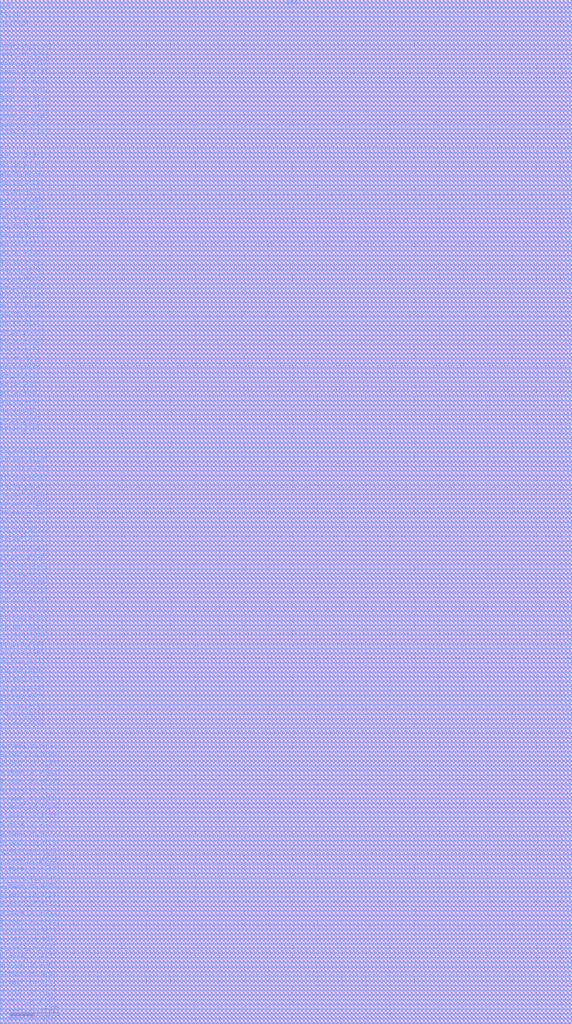
<source format=lef>
# Generated by FakeRAM 2.0
VERSION 5.7 ;
BUSBITCHARS "[]" ;
PROPERTYDEFINITIONS
  MACRO width INTEGER ;
  MACRO depth INTEGER ;
  MACRO banks INTEGER ;
END PROPERTYDEFINITIONS
MACRO fakeram7_dp_2048x32
  PROPERTY width 32 ;
  PROPERTY depth 2048 ;
  PROPERTY banks 8 ;
  FOREIGN fakeram7_dp_2048x32 0 0 ;
  SYMMETRY X Y ;
  SIZE 46.930 BY 84.000 ;
  CLASS BLOCK ;
  PIN w_mask_in_A[0]
    DIRECTION INPUT ;
    USE SIGNAL ;
    SHAPE ABUTMENT ;
    PORT
      LAYER M4 ;
      RECT 0.000 0.048 0.024 0.072 ;
    END
  END w_mask_in_A[0]
  PIN w_mask_in_B[0]
    DIRECTION INPUT ;
    USE SIGNAL ;
    SHAPE ABUTMENT ;
    PORT
      LAYER M4 ;
      RECT 46.906 0.048 46.930 0.072 ;
    END
  END w_mask_in_B[0]
  PIN w_mask_in_A[1]
    DIRECTION INPUT ;
    USE SIGNAL ;
    SHAPE ABUTMENT ;
    PORT
      LAYER M4 ;
      RECT 0.000 0.768 0.024 0.792 ;
    END
  END w_mask_in_A[1]
  PIN w_mask_in_B[1]
    DIRECTION INPUT ;
    USE SIGNAL ;
    SHAPE ABUTMENT ;
    PORT
      LAYER M4 ;
      RECT 46.906 0.768 46.930 0.792 ;
    END
  END w_mask_in_B[1]
  PIN w_mask_in_A[2]
    DIRECTION INPUT ;
    USE SIGNAL ;
    SHAPE ABUTMENT ;
    PORT
      LAYER M4 ;
      RECT 0.000 1.488 0.024 1.512 ;
    END
  END w_mask_in_A[2]
  PIN w_mask_in_B[2]
    DIRECTION INPUT ;
    USE SIGNAL ;
    SHAPE ABUTMENT ;
    PORT
      LAYER M4 ;
      RECT 46.906 1.488 46.930 1.512 ;
    END
  END w_mask_in_B[2]
  PIN w_mask_in_A[3]
    DIRECTION INPUT ;
    USE SIGNAL ;
    SHAPE ABUTMENT ;
    PORT
      LAYER M4 ;
      RECT 0.000 2.208 0.024 2.232 ;
    END
  END w_mask_in_A[3]
  PIN w_mask_in_B[3]
    DIRECTION INPUT ;
    USE SIGNAL ;
    SHAPE ABUTMENT ;
    PORT
      LAYER M4 ;
      RECT 46.906 2.208 46.930 2.232 ;
    END
  END w_mask_in_B[3]
  PIN w_mask_in_A[4]
    DIRECTION INPUT ;
    USE SIGNAL ;
    SHAPE ABUTMENT ;
    PORT
      LAYER M4 ;
      RECT 0.000 2.928 0.024 2.952 ;
    END
  END w_mask_in_A[4]
  PIN w_mask_in_B[4]
    DIRECTION INPUT ;
    USE SIGNAL ;
    SHAPE ABUTMENT ;
    PORT
      LAYER M4 ;
      RECT 46.906 2.928 46.930 2.952 ;
    END
  END w_mask_in_B[4]
  PIN w_mask_in_A[5]
    DIRECTION INPUT ;
    USE SIGNAL ;
    SHAPE ABUTMENT ;
    PORT
      LAYER M4 ;
      RECT 0.000 3.648 0.024 3.672 ;
    END
  END w_mask_in_A[5]
  PIN w_mask_in_B[5]
    DIRECTION INPUT ;
    USE SIGNAL ;
    SHAPE ABUTMENT ;
    PORT
      LAYER M4 ;
      RECT 46.906 3.648 46.930 3.672 ;
    END
  END w_mask_in_B[5]
  PIN w_mask_in_A[6]
    DIRECTION INPUT ;
    USE SIGNAL ;
    SHAPE ABUTMENT ;
    PORT
      LAYER M4 ;
      RECT 0.000 4.368 0.024 4.392 ;
    END
  END w_mask_in_A[6]
  PIN w_mask_in_B[6]
    DIRECTION INPUT ;
    USE SIGNAL ;
    SHAPE ABUTMENT ;
    PORT
      LAYER M4 ;
      RECT 46.906 4.368 46.930 4.392 ;
    END
  END w_mask_in_B[6]
  PIN w_mask_in_A[7]
    DIRECTION INPUT ;
    USE SIGNAL ;
    SHAPE ABUTMENT ;
    PORT
      LAYER M4 ;
      RECT 0.000 5.088 0.024 5.112 ;
    END
  END w_mask_in_A[7]
  PIN w_mask_in_B[7]
    DIRECTION INPUT ;
    USE SIGNAL ;
    SHAPE ABUTMENT ;
    PORT
      LAYER M4 ;
      RECT 46.906 5.088 46.930 5.112 ;
    END
  END w_mask_in_B[7]
  PIN w_mask_in_A[8]
    DIRECTION INPUT ;
    USE SIGNAL ;
    SHAPE ABUTMENT ;
    PORT
      LAYER M4 ;
      RECT 0.000 5.808 0.024 5.832 ;
    END
  END w_mask_in_A[8]
  PIN w_mask_in_B[8]
    DIRECTION INPUT ;
    USE SIGNAL ;
    SHAPE ABUTMENT ;
    PORT
      LAYER M4 ;
      RECT 46.906 5.808 46.930 5.832 ;
    END
  END w_mask_in_B[8]
  PIN w_mask_in_A[9]
    DIRECTION INPUT ;
    USE SIGNAL ;
    SHAPE ABUTMENT ;
    PORT
      LAYER M4 ;
      RECT 0.000 6.528 0.024 6.552 ;
    END
  END w_mask_in_A[9]
  PIN w_mask_in_B[9]
    DIRECTION INPUT ;
    USE SIGNAL ;
    SHAPE ABUTMENT ;
    PORT
      LAYER M4 ;
      RECT 46.906 6.528 46.930 6.552 ;
    END
  END w_mask_in_B[9]
  PIN w_mask_in_A[10]
    DIRECTION INPUT ;
    USE SIGNAL ;
    SHAPE ABUTMENT ;
    PORT
      LAYER M4 ;
      RECT 0.000 7.248 0.024 7.272 ;
    END
  END w_mask_in_A[10]
  PIN w_mask_in_B[10]
    DIRECTION INPUT ;
    USE SIGNAL ;
    SHAPE ABUTMENT ;
    PORT
      LAYER M4 ;
      RECT 46.906 7.248 46.930 7.272 ;
    END
  END w_mask_in_B[10]
  PIN w_mask_in_A[11]
    DIRECTION INPUT ;
    USE SIGNAL ;
    SHAPE ABUTMENT ;
    PORT
      LAYER M4 ;
      RECT 0.000 7.968 0.024 7.992 ;
    END
  END w_mask_in_A[11]
  PIN w_mask_in_B[11]
    DIRECTION INPUT ;
    USE SIGNAL ;
    SHAPE ABUTMENT ;
    PORT
      LAYER M4 ;
      RECT 46.906 7.968 46.930 7.992 ;
    END
  END w_mask_in_B[11]
  PIN w_mask_in_A[12]
    DIRECTION INPUT ;
    USE SIGNAL ;
    SHAPE ABUTMENT ;
    PORT
      LAYER M4 ;
      RECT 0.000 8.688 0.024 8.712 ;
    END
  END w_mask_in_A[12]
  PIN w_mask_in_B[12]
    DIRECTION INPUT ;
    USE SIGNAL ;
    SHAPE ABUTMENT ;
    PORT
      LAYER M4 ;
      RECT 46.906 8.688 46.930 8.712 ;
    END
  END w_mask_in_B[12]
  PIN w_mask_in_A[13]
    DIRECTION INPUT ;
    USE SIGNAL ;
    SHAPE ABUTMENT ;
    PORT
      LAYER M4 ;
      RECT 0.000 9.408 0.024 9.432 ;
    END
  END w_mask_in_A[13]
  PIN w_mask_in_B[13]
    DIRECTION INPUT ;
    USE SIGNAL ;
    SHAPE ABUTMENT ;
    PORT
      LAYER M4 ;
      RECT 46.906 9.408 46.930 9.432 ;
    END
  END w_mask_in_B[13]
  PIN w_mask_in_A[14]
    DIRECTION INPUT ;
    USE SIGNAL ;
    SHAPE ABUTMENT ;
    PORT
      LAYER M4 ;
      RECT 0.000 10.128 0.024 10.152 ;
    END
  END w_mask_in_A[14]
  PIN w_mask_in_B[14]
    DIRECTION INPUT ;
    USE SIGNAL ;
    SHAPE ABUTMENT ;
    PORT
      LAYER M4 ;
      RECT 46.906 10.128 46.930 10.152 ;
    END
  END w_mask_in_B[14]
  PIN w_mask_in_A[15]
    DIRECTION INPUT ;
    USE SIGNAL ;
    SHAPE ABUTMENT ;
    PORT
      LAYER M4 ;
      RECT 0.000 10.848 0.024 10.872 ;
    END
  END w_mask_in_A[15]
  PIN w_mask_in_B[15]
    DIRECTION INPUT ;
    USE SIGNAL ;
    SHAPE ABUTMENT ;
    PORT
      LAYER M4 ;
      RECT 46.906 10.848 46.930 10.872 ;
    END
  END w_mask_in_B[15]
  PIN w_mask_in_A[16]
    DIRECTION INPUT ;
    USE SIGNAL ;
    SHAPE ABUTMENT ;
    PORT
      LAYER M4 ;
      RECT 0.000 11.568 0.024 11.592 ;
    END
  END w_mask_in_A[16]
  PIN w_mask_in_B[16]
    DIRECTION INPUT ;
    USE SIGNAL ;
    SHAPE ABUTMENT ;
    PORT
      LAYER M4 ;
      RECT 46.906 11.568 46.930 11.592 ;
    END
  END w_mask_in_B[16]
  PIN w_mask_in_A[17]
    DIRECTION INPUT ;
    USE SIGNAL ;
    SHAPE ABUTMENT ;
    PORT
      LAYER M4 ;
      RECT 0.000 12.288 0.024 12.312 ;
    END
  END w_mask_in_A[17]
  PIN w_mask_in_B[17]
    DIRECTION INPUT ;
    USE SIGNAL ;
    SHAPE ABUTMENT ;
    PORT
      LAYER M4 ;
      RECT 46.906 12.288 46.930 12.312 ;
    END
  END w_mask_in_B[17]
  PIN w_mask_in_A[18]
    DIRECTION INPUT ;
    USE SIGNAL ;
    SHAPE ABUTMENT ;
    PORT
      LAYER M4 ;
      RECT 0.000 13.008 0.024 13.032 ;
    END
  END w_mask_in_A[18]
  PIN w_mask_in_B[18]
    DIRECTION INPUT ;
    USE SIGNAL ;
    SHAPE ABUTMENT ;
    PORT
      LAYER M4 ;
      RECT 46.906 13.008 46.930 13.032 ;
    END
  END w_mask_in_B[18]
  PIN w_mask_in_A[19]
    DIRECTION INPUT ;
    USE SIGNAL ;
    SHAPE ABUTMENT ;
    PORT
      LAYER M4 ;
      RECT 0.000 13.728 0.024 13.752 ;
    END
  END w_mask_in_A[19]
  PIN w_mask_in_B[19]
    DIRECTION INPUT ;
    USE SIGNAL ;
    SHAPE ABUTMENT ;
    PORT
      LAYER M4 ;
      RECT 46.906 13.728 46.930 13.752 ;
    END
  END w_mask_in_B[19]
  PIN w_mask_in_A[20]
    DIRECTION INPUT ;
    USE SIGNAL ;
    SHAPE ABUTMENT ;
    PORT
      LAYER M4 ;
      RECT 0.000 14.448 0.024 14.472 ;
    END
  END w_mask_in_A[20]
  PIN w_mask_in_B[20]
    DIRECTION INPUT ;
    USE SIGNAL ;
    SHAPE ABUTMENT ;
    PORT
      LAYER M4 ;
      RECT 46.906 14.448 46.930 14.472 ;
    END
  END w_mask_in_B[20]
  PIN w_mask_in_A[21]
    DIRECTION INPUT ;
    USE SIGNAL ;
    SHAPE ABUTMENT ;
    PORT
      LAYER M4 ;
      RECT 0.000 15.168 0.024 15.192 ;
    END
  END w_mask_in_A[21]
  PIN w_mask_in_B[21]
    DIRECTION INPUT ;
    USE SIGNAL ;
    SHAPE ABUTMENT ;
    PORT
      LAYER M4 ;
      RECT 46.906 15.168 46.930 15.192 ;
    END
  END w_mask_in_B[21]
  PIN w_mask_in_A[22]
    DIRECTION INPUT ;
    USE SIGNAL ;
    SHAPE ABUTMENT ;
    PORT
      LAYER M4 ;
      RECT 0.000 15.888 0.024 15.912 ;
    END
  END w_mask_in_A[22]
  PIN w_mask_in_B[22]
    DIRECTION INPUT ;
    USE SIGNAL ;
    SHAPE ABUTMENT ;
    PORT
      LAYER M4 ;
      RECT 46.906 15.888 46.930 15.912 ;
    END
  END w_mask_in_B[22]
  PIN w_mask_in_A[23]
    DIRECTION INPUT ;
    USE SIGNAL ;
    SHAPE ABUTMENT ;
    PORT
      LAYER M4 ;
      RECT 0.000 16.608 0.024 16.632 ;
    END
  END w_mask_in_A[23]
  PIN w_mask_in_B[23]
    DIRECTION INPUT ;
    USE SIGNAL ;
    SHAPE ABUTMENT ;
    PORT
      LAYER M4 ;
      RECT 46.906 16.608 46.930 16.632 ;
    END
  END w_mask_in_B[23]
  PIN w_mask_in_A[24]
    DIRECTION INPUT ;
    USE SIGNAL ;
    SHAPE ABUTMENT ;
    PORT
      LAYER M4 ;
      RECT 0.000 17.328 0.024 17.352 ;
    END
  END w_mask_in_A[24]
  PIN w_mask_in_B[24]
    DIRECTION INPUT ;
    USE SIGNAL ;
    SHAPE ABUTMENT ;
    PORT
      LAYER M4 ;
      RECT 46.906 17.328 46.930 17.352 ;
    END
  END w_mask_in_B[24]
  PIN w_mask_in_A[25]
    DIRECTION INPUT ;
    USE SIGNAL ;
    SHAPE ABUTMENT ;
    PORT
      LAYER M4 ;
      RECT 0.000 18.048 0.024 18.072 ;
    END
  END w_mask_in_A[25]
  PIN w_mask_in_B[25]
    DIRECTION INPUT ;
    USE SIGNAL ;
    SHAPE ABUTMENT ;
    PORT
      LAYER M4 ;
      RECT 46.906 18.048 46.930 18.072 ;
    END
  END w_mask_in_B[25]
  PIN w_mask_in_A[26]
    DIRECTION INPUT ;
    USE SIGNAL ;
    SHAPE ABUTMENT ;
    PORT
      LAYER M4 ;
      RECT 0.000 18.768 0.024 18.792 ;
    END
  END w_mask_in_A[26]
  PIN w_mask_in_B[26]
    DIRECTION INPUT ;
    USE SIGNAL ;
    SHAPE ABUTMENT ;
    PORT
      LAYER M4 ;
      RECT 46.906 18.768 46.930 18.792 ;
    END
  END w_mask_in_B[26]
  PIN w_mask_in_A[27]
    DIRECTION INPUT ;
    USE SIGNAL ;
    SHAPE ABUTMENT ;
    PORT
      LAYER M4 ;
      RECT 0.000 19.488 0.024 19.512 ;
    END
  END w_mask_in_A[27]
  PIN w_mask_in_B[27]
    DIRECTION INPUT ;
    USE SIGNAL ;
    SHAPE ABUTMENT ;
    PORT
      LAYER M4 ;
      RECT 46.906 19.488 46.930 19.512 ;
    END
  END w_mask_in_B[27]
  PIN w_mask_in_A[28]
    DIRECTION INPUT ;
    USE SIGNAL ;
    SHAPE ABUTMENT ;
    PORT
      LAYER M4 ;
      RECT 0.000 20.208 0.024 20.232 ;
    END
  END w_mask_in_A[28]
  PIN w_mask_in_B[28]
    DIRECTION INPUT ;
    USE SIGNAL ;
    SHAPE ABUTMENT ;
    PORT
      LAYER M4 ;
      RECT 46.906 20.208 46.930 20.232 ;
    END
  END w_mask_in_B[28]
  PIN w_mask_in_A[29]
    DIRECTION INPUT ;
    USE SIGNAL ;
    SHAPE ABUTMENT ;
    PORT
      LAYER M4 ;
      RECT 0.000 20.928 0.024 20.952 ;
    END
  END w_mask_in_A[29]
  PIN w_mask_in_B[29]
    DIRECTION INPUT ;
    USE SIGNAL ;
    SHAPE ABUTMENT ;
    PORT
      LAYER M4 ;
      RECT 46.906 20.928 46.930 20.952 ;
    END
  END w_mask_in_B[29]
  PIN w_mask_in_A[30]
    DIRECTION INPUT ;
    USE SIGNAL ;
    SHAPE ABUTMENT ;
    PORT
      LAYER M4 ;
      RECT 0.000 21.648 0.024 21.672 ;
    END
  END w_mask_in_A[30]
  PIN w_mask_in_B[30]
    DIRECTION INPUT ;
    USE SIGNAL ;
    SHAPE ABUTMENT ;
    PORT
      LAYER M4 ;
      RECT 46.906 21.648 46.930 21.672 ;
    END
  END w_mask_in_B[30]
  PIN w_mask_in_A[31]
    DIRECTION INPUT ;
    USE SIGNAL ;
    SHAPE ABUTMENT ;
    PORT
      LAYER M4 ;
      RECT 0.000 22.368 0.024 22.392 ;
    END
  END w_mask_in_A[31]
  PIN w_mask_in_B[31]
    DIRECTION INPUT ;
    USE SIGNAL ;
    SHAPE ABUTMENT ;
    PORT
      LAYER M4 ;
      RECT 46.906 22.368 46.930 22.392 ;
    END
  END w_mask_in_B[31]
  PIN rd_out_A[0]
    DIRECTION OUTPUT ;
    USE SIGNAL ;
    SHAPE ABUTMENT ;
    PORT
      LAYER M4 ;
      RECT 0.000 24.240 0.024 24.264 ;
    END
  END rd_out_A[0]
  PIN rd_out_B[0]
    DIRECTION OUTPUT ;
    USE SIGNAL ;
    SHAPE ABUTMENT ;
    PORT
      LAYER M4 ;
      RECT 46.906 24.240 46.930 24.264 ;
    END
  END rd_out_B[0]
  PIN rd_out_A[1]
    DIRECTION OUTPUT ;
    USE SIGNAL ;
    SHAPE ABUTMENT ;
    PORT
      LAYER M4 ;
      RECT 0.000 24.960 0.024 24.984 ;
    END
  END rd_out_A[1]
  PIN rd_out_B[1]
    DIRECTION OUTPUT ;
    USE SIGNAL ;
    SHAPE ABUTMENT ;
    PORT
      LAYER M4 ;
      RECT 46.906 24.960 46.930 24.984 ;
    END
  END rd_out_B[1]
  PIN rd_out_A[2]
    DIRECTION OUTPUT ;
    USE SIGNAL ;
    SHAPE ABUTMENT ;
    PORT
      LAYER M4 ;
      RECT 0.000 25.680 0.024 25.704 ;
    END
  END rd_out_A[2]
  PIN rd_out_B[2]
    DIRECTION OUTPUT ;
    USE SIGNAL ;
    SHAPE ABUTMENT ;
    PORT
      LAYER M4 ;
      RECT 46.906 25.680 46.930 25.704 ;
    END
  END rd_out_B[2]
  PIN rd_out_A[3]
    DIRECTION OUTPUT ;
    USE SIGNAL ;
    SHAPE ABUTMENT ;
    PORT
      LAYER M4 ;
      RECT 0.000 26.400 0.024 26.424 ;
    END
  END rd_out_A[3]
  PIN rd_out_B[3]
    DIRECTION OUTPUT ;
    USE SIGNAL ;
    SHAPE ABUTMENT ;
    PORT
      LAYER M4 ;
      RECT 46.906 26.400 46.930 26.424 ;
    END
  END rd_out_B[3]
  PIN rd_out_A[4]
    DIRECTION OUTPUT ;
    USE SIGNAL ;
    SHAPE ABUTMENT ;
    PORT
      LAYER M4 ;
      RECT 0.000 27.120 0.024 27.144 ;
    END
  END rd_out_A[4]
  PIN rd_out_B[4]
    DIRECTION OUTPUT ;
    USE SIGNAL ;
    SHAPE ABUTMENT ;
    PORT
      LAYER M4 ;
      RECT 46.906 27.120 46.930 27.144 ;
    END
  END rd_out_B[4]
  PIN rd_out_A[5]
    DIRECTION OUTPUT ;
    USE SIGNAL ;
    SHAPE ABUTMENT ;
    PORT
      LAYER M4 ;
      RECT 0.000 27.840 0.024 27.864 ;
    END
  END rd_out_A[5]
  PIN rd_out_B[5]
    DIRECTION OUTPUT ;
    USE SIGNAL ;
    SHAPE ABUTMENT ;
    PORT
      LAYER M4 ;
      RECT 46.906 27.840 46.930 27.864 ;
    END
  END rd_out_B[5]
  PIN rd_out_A[6]
    DIRECTION OUTPUT ;
    USE SIGNAL ;
    SHAPE ABUTMENT ;
    PORT
      LAYER M4 ;
      RECT 0.000 28.560 0.024 28.584 ;
    END
  END rd_out_A[6]
  PIN rd_out_B[6]
    DIRECTION OUTPUT ;
    USE SIGNAL ;
    SHAPE ABUTMENT ;
    PORT
      LAYER M4 ;
      RECT 46.906 28.560 46.930 28.584 ;
    END
  END rd_out_B[6]
  PIN rd_out_A[7]
    DIRECTION OUTPUT ;
    USE SIGNAL ;
    SHAPE ABUTMENT ;
    PORT
      LAYER M4 ;
      RECT 0.000 29.280 0.024 29.304 ;
    END
  END rd_out_A[7]
  PIN rd_out_B[7]
    DIRECTION OUTPUT ;
    USE SIGNAL ;
    SHAPE ABUTMENT ;
    PORT
      LAYER M4 ;
      RECT 46.906 29.280 46.930 29.304 ;
    END
  END rd_out_B[7]
  PIN rd_out_A[8]
    DIRECTION OUTPUT ;
    USE SIGNAL ;
    SHAPE ABUTMENT ;
    PORT
      LAYER M4 ;
      RECT 0.000 30.000 0.024 30.024 ;
    END
  END rd_out_A[8]
  PIN rd_out_B[8]
    DIRECTION OUTPUT ;
    USE SIGNAL ;
    SHAPE ABUTMENT ;
    PORT
      LAYER M4 ;
      RECT 46.906 30.000 46.930 30.024 ;
    END
  END rd_out_B[8]
  PIN rd_out_A[9]
    DIRECTION OUTPUT ;
    USE SIGNAL ;
    SHAPE ABUTMENT ;
    PORT
      LAYER M4 ;
      RECT 0.000 30.720 0.024 30.744 ;
    END
  END rd_out_A[9]
  PIN rd_out_B[9]
    DIRECTION OUTPUT ;
    USE SIGNAL ;
    SHAPE ABUTMENT ;
    PORT
      LAYER M4 ;
      RECT 46.906 30.720 46.930 30.744 ;
    END
  END rd_out_B[9]
  PIN rd_out_A[10]
    DIRECTION OUTPUT ;
    USE SIGNAL ;
    SHAPE ABUTMENT ;
    PORT
      LAYER M4 ;
      RECT 0.000 31.440 0.024 31.464 ;
    END
  END rd_out_A[10]
  PIN rd_out_B[10]
    DIRECTION OUTPUT ;
    USE SIGNAL ;
    SHAPE ABUTMENT ;
    PORT
      LAYER M4 ;
      RECT 46.906 31.440 46.930 31.464 ;
    END
  END rd_out_B[10]
  PIN rd_out_A[11]
    DIRECTION OUTPUT ;
    USE SIGNAL ;
    SHAPE ABUTMENT ;
    PORT
      LAYER M4 ;
      RECT 0.000 32.160 0.024 32.184 ;
    END
  END rd_out_A[11]
  PIN rd_out_B[11]
    DIRECTION OUTPUT ;
    USE SIGNAL ;
    SHAPE ABUTMENT ;
    PORT
      LAYER M4 ;
      RECT 46.906 32.160 46.930 32.184 ;
    END
  END rd_out_B[11]
  PIN rd_out_A[12]
    DIRECTION OUTPUT ;
    USE SIGNAL ;
    SHAPE ABUTMENT ;
    PORT
      LAYER M4 ;
      RECT 0.000 32.880 0.024 32.904 ;
    END
  END rd_out_A[12]
  PIN rd_out_B[12]
    DIRECTION OUTPUT ;
    USE SIGNAL ;
    SHAPE ABUTMENT ;
    PORT
      LAYER M4 ;
      RECT 46.906 32.880 46.930 32.904 ;
    END
  END rd_out_B[12]
  PIN rd_out_A[13]
    DIRECTION OUTPUT ;
    USE SIGNAL ;
    SHAPE ABUTMENT ;
    PORT
      LAYER M4 ;
      RECT 0.000 33.600 0.024 33.624 ;
    END
  END rd_out_A[13]
  PIN rd_out_B[13]
    DIRECTION OUTPUT ;
    USE SIGNAL ;
    SHAPE ABUTMENT ;
    PORT
      LAYER M4 ;
      RECT 46.906 33.600 46.930 33.624 ;
    END
  END rd_out_B[13]
  PIN rd_out_A[14]
    DIRECTION OUTPUT ;
    USE SIGNAL ;
    SHAPE ABUTMENT ;
    PORT
      LAYER M4 ;
      RECT 0.000 34.320 0.024 34.344 ;
    END
  END rd_out_A[14]
  PIN rd_out_B[14]
    DIRECTION OUTPUT ;
    USE SIGNAL ;
    SHAPE ABUTMENT ;
    PORT
      LAYER M4 ;
      RECT 46.906 34.320 46.930 34.344 ;
    END
  END rd_out_B[14]
  PIN rd_out_A[15]
    DIRECTION OUTPUT ;
    USE SIGNAL ;
    SHAPE ABUTMENT ;
    PORT
      LAYER M4 ;
      RECT 0.000 35.040 0.024 35.064 ;
    END
  END rd_out_A[15]
  PIN rd_out_B[15]
    DIRECTION OUTPUT ;
    USE SIGNAL ;
    SHAPE ABUTMENT ;
    PORT
      LAYER M4 ;
      RECT 46.906 35.040 46.930 35.064 ;
    END
  END rd_out_B[15]
  PIN rd_out_A[16]
    DIRECTION OUTPUT ;
    USE SIGNAL ;
    SHAPE ABUTMENT ;
    PORT
      LAYER M4 ;
      RECT 0.000 35.760 0.024 35.784 ;
    END
  END rd_out_A[16]
  PIN rd_out_B[16]
    DIRECTION OUTPUT ;
    USE SIGNAL ;
    SHAPE ABUTMENT ;
    PORT
      LAYER M4 ;
      RECT 46.906 35.760 46.930 35.784 ;
    END
  END rd_out_B[16]
  PIN rd_out_A[17]
    DIRECTION OUTPUT ;
    USE SIGNAL ;
    SHAPE ABUTMENT ;
    PORT
      LAYER M4 ;
      RECT 0.000 36.480 0.024 36.504 ;
    END
  END rd_out_A[17]
  PIN rd_out_B[17]
    DIRECTION OUTPUT ;
    USE SIGNAL ;
    SHAPE ABUTMENT ;
    PORT
      LAYER M4 ;
      RECT 46.906 36.480 46.930 36.504 ;
    END
  END rd_out_B[17]
  PIN rd_out_A[18]
    DIRECTION OUTPUT ;
    USE SIGNAL ;
    SHAPE ABUTMENT ;
    PORT
      LAYER M4 ;
      RECT 0.000 37.200 0.024 37.224 ;
    END
  END rd_out_A[18]
  PIN rd_out_B[18]
    DIRECTION OUTPUT ;
    USE SIGNAL ;
    SHAPE ABUTMENT ;
    PORT
      LAYER M4 ;
      RECT 46.906 37.200 46.930 37.224 ;
    END
  END rd_out_B[18]
  PIN rd_out_A[19]
    DIRECTION OUTPUT ;
    USE SIGNAL ;
    SHAPE ABUTMENT ;
    PORT
      LAYER M4 ;
      RECT 0.000 37.920 0.024 37.944 ;
    END
  END rd_out_A[19]
  PIN rd_out_B[19]
    DIRECTION OUTPUT ;
    USE SIGNAL ;
    SHAPE ABUTMENT ;
    PORT
      LAYER M4 ;
      RECT 46.906 37.920 46.930 37.944 ;
    END
  END rd_out_B[19]
  PIN rd_out_A[20]
    DIRECTION OUTPUT ;
    USE SIGNAL ;
    SHAPE ABUTMENT ;
    PORT
      LAYER M4 ;
      RECT 0.000 38.640 0.024 38.664 ;
    END
  END rd_out_A[20]
  PIN rd_out_B[20]
    DIRECTION OUTPUT ;
    USE SIGNAL ;
    SHAPE ABUTMENT ;
    PORT
      LAYER M4 ;
      RECT 46.906 38.640 46.930 38.664 ;
    END
  END rd_out_B[20]
  PIN rd_out_A[21]
    DIRECTION OUTPUT ;
    USE SIGNAL ;
    SHAPE ABUTMENT ;
    PORT
      LAYER M4 ;
      RECT 0.000 39.360 0.024 39.384 ;
    END
  END rd_out_A[21]
  PIN rd_out_B[21]
    DIRECTION OUTPUT ;
    USE SIGNAL ;
    SHAPE ABUTMENT ;
    PORT
      LAYER M4 ;
      RECT 46.906 39.360 46.930 39.384 ;
    END
  END rd_out_B[21]
  PIN rd_out_A[22]
    DIRECTION OUTPUT ;
    USE SIGNAL ;
    SHAPE ABUTMENT ;
    PORT
      LAYER M4 ;
      RECT 0.000 40.080 0.024 40.104 ;
    END
  END rd_out_A[22]
  PIN rd_out_B[22]
    DIRECTION OUTPUT ;
    USE SIGNAL ;
    SHAPE ABUTMENT ;
    PORT
      LAYER M4 ;
      RECT 46.906 40.080 46.930 40.104 ;
    END
  END rd_out_B[22]
  PIN rd_out_A[23]
    DIRECTION OUTPUT ;
    USE SIGNAL ;
    SHAPE ABUTMENT ;
    PORT
      LAYER M4 ;
      RECT 0.000 40.800 0.024 40.824 ;
    END
  END rd_out_A[23]
  PIN rd_out_B[23]
    DIRECTION OUTPUT ;
    USE SIGNAL ;
    SHAPE ABUTMENT ;
    PORT
      LAYER M4 ;
      RECT 46.906 40.800 46.930 40.824 ;
    END
  END rd_out_B[23]
  PIN rd_out_A[24]
    DIRECTION OUTPUT ;
    USE SIGNAL ;
    SHAPE ABUTMENT ;
    PORT
      LAYER M4 ;
      RECT 0.000 41.520 0.024 41.544 ;
    END
  END rd_out_A[24]
  PIN rd_out_B[24]
    DIRECTION OUTPUT ;
    USE SIGNAL ;
    SHAPE ABUTMENT ;
    PORT
      LAYER M4 ;
      RECT 46.906 41.520 46.930 41.544 ;
    END
  END rd_out_B[24]
  PIN rd_out_A[25]
    DIRECTION OUTPUT ;
    USE SIGNAL ;
    SHAPE ABUTMENT ;
    PORT
      LAYER M4 ;
      RECT 0.000 42.240 0.024 42.264 ;
    END
  END rd_out_A[25]
  PIN rd_out_B[25]
    DIRECTION OUTPUT ;
    USE SIGNAL ;
    SHAPE ABUTMENT ;
    PORT
      LAYER M4 ;
      RECT 46.906 42.240 46.930 42.264 ;
    END
  END rd_out_B[25]
  PIN rd_out_A[26]
    DIRECTION OUTPUT ;
    USE SIGNAL ;
    SHAPE ABUTMENT ;
    PORT
      LAYER M4 ;
      RECT 0.000 42.960 0.024 42.984 ;
    END
  END rd_out_A[26]
  PIN rd_out_B[26]
    DIRECTION OUTPUT ;
    USE SIGNAL ;
    SHAPE ABUTMENT ;
    PORT
      LAYER M4 ;
      RECT 46.906 42.960 46.930 42.984 ;
    END
  END rd_out_B[26]
  PIN rd_out_A[27]
    DIRECTION OUTPUT ;
    USE SIGNAL ;
    SHAPE ABUTMENT ;
    PORT
      LAYER M4 ;
      RECT 0.000 43.680 0.024 43.704 ;
    END
  END rd_out_A[27]
  PIN rd_out_B[27]
    DIRECTION OUTPUT ;
    USE SIGNAL ;
    SHAPE ABUTMENT ;
    PORT
      LAYER M4 ;
      RECT 46.906 43.680 46.930 43.704 ;
    END
  END rd_out_B[27]
  PIN rd_out_A[28]
    DIRECTION OUTPUT ;
    USE SIGNAL ;
    SHAPE ABUTMENT ;
    PORT
      LAYER M4 ;
      RECT 0.000 44.400 0.024 44.424 ;
    END
  END rd_out_A[28]
  PIN rd_out_B[28]
    DIRECTION OUTPUT ;
    USE SIGNAL ;
    SHAPE ABUTMENT ;
    PORT
      LAYER M4 ;
      RECT 46.906 44.400 46.930 44.424 ;
    END
  END rd_out_B[28]
  PIN rd_out_A[29]
    DIRECTION OUTPUT ;
    USE SIGNAL ;
    SHAPE ABUTMENT ;
    PORT
      LAYER M4 ;
      RECT 0.000 45.120 0.024 45.144 ;
    END
  END rd_out_A[29]
  PIN rd_out_B[29]
    DIRECTION OUTPUT ;
    USE SIGNAL ;
    SHAPE ABUTMENT ;
    PORT
      LAYER M4 ;
      RECT 46.906 45.120 46.930 45.144 ;
    END
  END rd_out_B[29]
  PIN rd_out_A[30]
    DIRECTION OUTPUT ;
    USE SIGNAL ;
    SHAPE ABUTMENT ;
    PORT
      LAYER M4 ;
      RECT 0.000 45.840 0.024 45.864 ;
    END
  END rd_out_A[30]
  PIN rd_out_B[30]
    DIRECTION OUTPUT ;
    USE SIGNAL ;
    SHAPE ABUTMENT ;
    PORT
      LAYER M4 ;
      RECT 46.906 45.840 46.930 45.864 ;
    END
  END rd_out_B[30]
  PIN rd_out_A[31]
    DIRECTION OUTPUT ;
    USE SIGNAL ;
    SHAPE ABUTMENT ;
    PORT
      LAYER M4 ;
      RECT 0.000 46.560 0.024 46.584 ;
    END
  END rd_out_A[31]
  PIN rd_out_B[31]
    DIRECTION OUTPUT ;
    USE SIGNAL ;
    SHAPE ABUTMENT ;
    PORT
      LAYER M4 ;
      RECT 46.906 46.560 46.930 46.584 ;
    END
  END rd_out_B[31]
  PIN wd_in_A[0]
    DIRECTION INPUT ;
    USE SIGNAL ;
    SHAPE ABUTMENT ;
    PORT
      LAYER M4 ;
      RECT 0.000 48.432 0.024 48.456 ;
    END
  END wd_in_A[0]
  PIN wd_in_B[0]
    DIRECTION INPUT ;
    USE SIGNAL ;
    SHAPE ABUTMENT ;
    PORT
      LAYER M4 ;
      RECT 46.906 48.432 46.930 48.456 ;
    END
  END wd_in_B[0]
  PIN wd_in_A[1]
    DIRECTION INPUT ;
    USE SIGNAL ;
    SHAPE ABUTMENT ;
    PORT
      LAYER M4 ;
      RECT 0.000 49.152 0.024 49.176 ;
    END
  END wd_in_A[1]
  PIN wd_in_B[1]
    DIRECTION INPUT ;
    USE SIGNAL ;
    SHAPE ABUTMENT ;
    PORT
      LAYER M4 ;
      RECT 46.906 49.152 46.930 49.176 ;
    END
  END wd_in_B[1]
  PIN wd_in_A[2]
    DIRECTION INPUT ;
    USE SIGNAL ;
    SHAPE ABUTMENT ;
    PORT
      LAYER M4 ;
      RECT 0.000 49.872 0.024 49.896 ;
    END
  END wd_in_A[2]
  PIN wd_in_B[2]
    DIRECTION INPUT ;
    USE SIGNAL ;
    SHAPE ABUTMENT ;
    PORT
      LAYER M4 ;
      RECT 46.906 49.872 46.930 49.896 ;
    END
  END wd_in_B[2]
  PIN wd_in_A[3]
    DIRECTION INPUT ;
    USE SIGNAL ;
    SHAPE ABUTMENT ;
    PORT
      LAYER M4 ;
      RECT 0.000 50.592 0.024 50.616 ;
    END
  END wd_in_A[3]
  PIN wd_in_B[3]
    DIRECTION INPUT ;
    USE SIGNAL ;
    SHAPE ABUTMENT ;
    PORT
      LAYER M4 ;
      RECT 46.906 50.592 46.930 50.616 ;
    END
  END wd_in_B[3]
  PIN wd_in_A[4]
    DIRECTION INPUT ;
    USE SIGNAL ;
    SHAPE ABUTMENT ;
    PORT
      LAYER M4 ;
      RECT 0.000 51.312 0.024 51.336 ;
    END
  END wd_in_A[4]
  PIN wd_in_B[4]
    DIRECTION INPUT ;
    USE SIGNAL ;
    SHAPE ABUTMENT ;
    PORT
      LAYER M4 ;
      RECT 46.906 51.312 46.930 51.336 ;
    END
  END wd_in_B[4]
  PIN wd_in_A[5]
    DIRECTION INPUT ;
    USE SIGNAL ;
    SHAPE ABUTMENT ;
    PORT
      LAYER M4 ;
      RECT 0.000 52.032 0.024 52.056 ;
    END
  END wd_in_A[5]
  PIN wd_in_B[5]
    DIRECTION INPUT ;
    USE SIGNAL ;
    SHAPE ABUTMENT ;
    PORT
      LAYER M4 ;
      RECT 46.906 52.032 46.930 52.056 ;
    END
  END wd_in_B[5]
  PIN wd_in_A[6]
    DIRECTION INPUT ;
    USE SIGNAL ;
    SHAPE ABUTMENT ;
    PORT
      LAYER M4 ;
      RECT 0.000 52.752 0.024 52.776 ;
    END
  END wd_in_A[6]
  PIN wd_in_B[6]
    DIRECTION INPUT ;
    USE SIGNAL ;
    SHAPE ABUTMENT ;
    PORT
      LAYER M4 ;
      RECT 46.906 52.752 46.930 52.776 ;
    END
  END wd_in_B[6]
  PIN wd_in_A[7]
    DIRECTION INPUT ;
    USE SIGNAL ;
    SHAPE ABUTMENT ;
    PORT
      LAYER M4 ;
      RECT 0.000 53.472 0.024 53.496 ;
    END
  END wd_in_A[7]
  PIN wd_in_B[7]
    DIRECTION INPUT ;
    USE SIGNAL ;
    SHAPE ABUTMENT ;
    PORT
      LAYER M4 ;
      RECT 46.906 53.472 46.930 53.496 ;
    END
  END wd_in_B[7]
  PIN wd_in_A[8]
    DIRECTION INPUT ;
    USE SIGNAL ;
    SHAPE ABUTMENT ;
    PORT
      LAYER M4 ;
      RECT 0.000 54.192 0.024 54.216 ;
    END
  END wd_in_A[8]
  PIN wd_in_B[8]
    DIRECTION INPUT ;
    USE SIGNAL ;
    SHAPE ABUTMENT ;
    PORT
      LAYER M4 ;
      RECT 46.906 54.192 46.930 54.216 ;
    END
  END wd_in_B[8]
  PIN wd_in_A[9]
    DIRECTION INPUT ;
    USE SIGNAL ;
    SHAPE ABUTMENT ;
    PORT
      LAYER M4 ;
      RECT 0.000 54.912 0.024 54.936 ;
    END
  END wd_in_A[9]
  PIN wd_in_B[9]
    DIRECTION INPUT ;
    USE SIGNAL ;
    SHAPE ABUTMENT ;
    PORT
      LAYER M4 ;
      RECT 46.906 54.912 46.930 54.936 ;
    END
  END wd_in_B[9]
  PIN wd_in_A[10]
    DIRECTION INPUT ;
    USE SIGNAL ;
    SHAPE ABUTMENT ;
    PORT
      LAYER M4 ;
      RECT 0.000 55.632 0.024 55.656 ;
    END
  END wd_in_A[10]
  PIN wd_in_B[10]
    DIRECTION INPUT ;
    USE SIGNAL ;
    SHAPE ABUTMENT ;
    PORT
      LAYER M4 ;
      RECT 46.906 55.632 46.930 55.656 ;
    END
  END wd_in_B[10]
  PIN wd_in_A[11]
    DIRECTION INPUT ;
    USE SIGNAL ;
    SHAPE ABUTMENT ;
    PORT
      LAYER M4 ;
      RECT 0.000 56.352 0.024 56.376 ;
    END
  END wd_in_A[11]
  PIN wd_in_B[11]
    DIRECTION INPUT ;
    USE SIGNAL ;
    SHAPE ABUTMENT ;
    PORT
      LAYER M4 ;
      RECT 46.906 56.352 46.930 56.376 ;
    END
  END wd_in_B[11]
  PIN wd_in_A[12]
    DIRECTION INPUT ;
    USE SIGNAL ;
    SHAPE ABUTMENT ;
    PORT
      LAYER M4 ;
      RECT 0.000 57.072 0.024 57.096 ;
    END
  END wd_in_A[12]
  PIN wd_in_B[12]
    DIRECTION INPUT ;
    USE SIGNAL ;
    SHAPE ABUTMENT ;
    PORT
      LAYER M4 ;
      RECT 46.906 57.072 46.930 57.096 ;
    END
  END wd_in_B[12]
  PIN wd_in_A[13]
    DIRECTION INPUT ;
    USE SIGNAL ;
    SHAPE ABUTMENT ;
    PORT
      LAYER M4 ;
      RECT 0.000 57.792 0.024 57.816 ;
    END
  END wd_in_A[13]
  PIN wd_in_B[13]
    DIRECTION INPUT ;
    USE SIGNAL ;
    SHAPE ABUTMENT ;
    PORT
      LAYER M4 ;
      RECT 46.906 57.792 46.930 57.816 ;
    END
  END wd_in_B[13]
  PIN wd_in_A[14]
    DIRECTION INPUT ;
    USE SIGNAL ;
    SHAPE ABUTMENT ;
    PORT
      LAYER M4 ;
      RECT 0.000 58.512 0.024 58.536 ;
    END
  END wd_in_A[14]
  PIN wd_in_B[14]
    DIRECTION INPUT ;
    USE SIGNAL ;
    SHAPE ABUTMENT ;
    PORT
      LAYER M4 ;
      RECT 46.906 58.512 46.930 58.536 ;
    END
  END wd_in_B[14]
  PIN wd_in_A[15]
    DIRECTION INPUT ;
    USE SIGNAL ;
    SHAPE ABUTMENT ;
    PORT
      LAYER M4 ;
      RECT 0.000 59.232 0.024 59.256 ;
    END
  END wd_in_A[15]
  PIN wd_in_B[15]
    DIRECTION INPUT ;
    USE SIGNAL ;
    SHAPE ABUTMENT ;
    PORT
      LAYER M4 ;
      RECT 46.906 59.232 46.930 59.256 ;
    END
  END wd_in_B[15]
  PIN wd_in_A[16]
    DIRECTION INPUT ;
    USE SIGNAL ;
    SHAPE ABUTMENT ;
    PORT
      LAYER M4 ;
      RECT 0.000 59.952 0.024 59.976 ;
    END
  END wd_in_A[16]
  PIN wd_in_B[16]
    DIRECTION INPUT ;
    USE SIGNAL ;
    SHAPE ABUTMENT ;
    PORT
      LAYER M4 ;
      RECT 46.906 59.952 46.930 59.976 ;
    END
  END wd_in_B[16]
  PIN wd_in_A[17]
    DIRECTION INPUT ;
    USE SIGNAL ;
    SHAPE ABUTMENT ;
    PORT
      LAYER M4 ;
      RECT 0.000 60.672 0.024 60.696 ;
    END
  END wd_in_A[17]
  PIN wd_in_B[17]
    DIRECTION INPUT ;
    USE SIGNAL ;
    SHAPE ABUTMENT ;
    PORT
      LAYER M4 ;
      RECT 46.906 60.672 46.930 60.696 ;
    END
  END wd_in_B[17]
  PIN wd_in_A[18]
    DIRECTION INPUT ;
    USE SIGNAL ;
    SHAPE ABUTMENT ;
    PORT
      LAYER M4 ;
      RECT 0.000 61.392 0.024 61.416 ;
    END
  END wd_in_A[18]
  PIN wd_in_B[18]
    DIRECTION INPUT ;
    USE SIGNAL ;
    SHAPE ABUTMENT ;
    PORT
      LAYER M4 ;
      RECT 46.906 61.392 46.930 61.416 ;
    END
  END wd_in_B[18]
  PIN wd_in_A[19]
    DIRECTION INPUT ;
    USE SIGNAL ;
    SHAPE ABUTMENT ;
    PORT
      LAYER M4 ;
      RECT 0.000 62.112 0.024 62.136 ;
    END
  END wd_in_A[19]
  PIN wd_in_B[19]
    DIRECTION INPUT ;
    USE SIGNAL ;
    SHAPE ABUTMENT ;
    PORT
      LAYER M4 ;
      RECT 46.906 62.112 46.930 62.136 ;
    END
  END wd_in_B[19]
  PIN wd_in_A[20]
    DIRECTION INPUT ;
    USE SIGNAL ;
    SHAPE ABUTMENT ;
    PORT
      LAYER M4 ;
      RECT 0.000 62.832 0.024 62.856 ;
    END
  END wd_in_A[20]
  PIN wd_in_B[20]
    DIRECTION INPUT ;
    USE SIGNAL ;
    SHAPE ABUTMENT ;
    PORT
      LAYER M4 ;
      RECT 46.906 62.832 46.930 62.856 ;
    END
  END wd_in_B[20]
  PIN wd_in_A[21]
    DIRECTION INPUT ;
    USE SIGNAL ;
    SHAPE ABUTMENT ;
    PORT
      LAYER M4 ;
      RECT 0.000 63.552 0.024 63.576 ;
    END
  END wd_in_A[21]
  PIN wd_in_B[21]
    DIRECTION INPUT ;
    USE SIGNAL ;
    SHAPE ABUTMENT ;
    PORT
      LAYER M4 ;
      RECT 46.906 63.552 46.930 63.576 ;
    END
  END wd_in_B[21]
  PIN wd_in_A[22]
    DIRECTION INPUT ;
    USE SIGNAL ;
    SHAPE ABUTMENT ;
    PORT
      LAYER M4 ;
      RECT 0.000 64.272 0.024 64.296 ;
    END
  END wd_in_A[22]
  PIN wd_in_B[22]
    DIRECTION INPUT ;
    USE SIGNAL ;
    SHAPE ABUTMENT ;
    PORT
      LAYER M4 ;
      RECT 46.906 64.272 46.930 64.296 ;
    END
  END wd_in_B[22]
  PIN wd_in_A[23]
    DIRECTION INPUT ;
    USE SIGNAL ;
    SHAPE ABUTMENT ;
    PORT
      LAYER M4 ;
      RECT 0.000 64.992 0.024 65.016 ;
    END
  END wd_in_A[23]
  PIN wd_in_B[23]
    DIRECTION INPUT ;
    USE SIGNAL ;
    SHAPE ABUTMENT ;
    PORT
      LAYER M4 ;
      RECT 46.906 64.992 46.930 65.016 ;
    END
  END wd_in_B[23]
  PIN wd_in_A[24]
    DIRECTION INPUT ;
    USE SIGNAL ;
    SHAPE ABUTMENT ;
    PORT
      LAYER M4 ;
      RECT 0.000 65.712 0.024 65.736 ;
    END
  END wd_in_A[24]
  PIN wd_in_B[24]
    DIRECTION INPUT ;
    USE SIGNAL ;
    SHAPE ABUTMENT ;
    PORT
      LAYER M4 ;
      RECT 46.906 65.712 46.930 65.736 ;
    END
  END wd_in_B[24]
  PIN wd_in_A[25]
    DIRECTION INPUT ;
    USE SIGNAL ;
    SHAPE ABUTMENT ;
    PORT
      LAYER M4 ;
      RECT 0.000 66.432 0.024 66.456 ;
    END
  END wd_in_A[25]
  PIN wd_in_B[25]
    DIRECTION INPUT ;
    USE SIGNAL ;
    SHAPE ABUTMENT ;
    PORT
      LAYER M4 ;
      RECT 46.906 66.432 46.930 66.456 ;
    END
  END wd_in_B[25]
  PIN wd_in_A[26]
    DIRECTION INPUT ;
    USE SIGNAL ;
    SHAPE ABUTMENT ;
    PORT
      LAYER M4 ;
      RECT 0.000 67.152 0.024 67.176 ;
    END
  END wd_in_A[26]
  PIN wd_in_B[26]
    DIRECTION INPUT ;
    USE SIGNAL ;
    SHAPE ABUTMENT ;
    PORT
      LAYER M4 ;
      RECT 46.906 67.152 46.930 67.176 ;
    END
  END wd_in_B[26]
  PIN wd_in_A[27]
    DIRECTION INPUT ;
    USE SIGNAL ;
    SHAPE ABUTMENT ;
    PORT
      LAYER M4 ;
      RECT 0.000 67.872 0.024 67.896 ;
    END
  END wd_in_A[27]
  PIN wd_in_B[27]
    DIRECTION INPUT ;
    USE SIGNAL ;
    SHAPE ABUTMENT ;
    PORT
      LAYER M4 ;
      RECT 46.906 67.872 46.930 67.896 ;
    END
  END wd_in_B[27]
  PIN wd_in_A[28]
    DIRECTION INPUT ;
    USE SIGNAL ;
    SHAPE ABUTMENT ;
    PORT
      LAYER M4 ;
      RECT 0.000 68.592 0.024 68.616 ;
    END
  END wd_in_A[28]
  PIN wd_in_B[28]
    DIRECTION INPUT ;
    USE SIGNAL ;
    SHAPE ABUTMENT ;
    PORT
      LAYER M4 ;
      RECT 46.906 68.592 46.930 68.616 ;
    END
  END wd_in_B[28]
  PIN wd_in_A[29]
    DIRECTION INPUT ;
    USE SIGNAL ;
    SHAPE ABUTMENT ;
    PORT
      LAYER M4 ;
      RECT 0.000 69.312 0.024 69.336 ;
    END
  END wd_in_A[29]
  PIN wd_in_B[29]
    DIRECTION INPUT ;
    USE SIGNAL ;
    SHAPE ABUTMENT ;
    PORT
      LAYER M4 ;
      RECT 46.906 69.312 46.930 69.336 ;
    END
  END wd_in_B[29]
  PIN wd_in_A[30]
    DIRECTION INPUT ;
    USE SIGNAL ;
    SHAPE ABUTMENT ;
    PORT
      LAYER M4 ;
      RECT 0.000 70.032 0.024 70.056 ;
    END
  END wd_in_A[30]
  PIN wd_in_B[30]
    DIRECTION INPUT ;
    USE SIGNAL ;
    SHAPE ABUTMENT ;
    PORT
      LAYER M4 ;
      RECT 46.906 70.032 46.930 70.056 ;
    END
  END wd_in_B[30]
  PIN wd_in_A[31]
    DIRECTION INPUT ;
    USE SIGNAL ;
    SHAPE ABUTMENT ;
    PORT
      LAYER M4 ;
      RECT 0.000 70.752 0.024 70.776 ;
    END
  END wd_in_A[31]
  PIN wd_in_B[31]
    DIRECTION INPUT ;
    USE SIGNAL ;
    SHAPE ABUTMENT ;
    PORT
      LAYER M4 ;
      RECT 46.906 70.752 46.930 70.776 ;
    END
  END wd_in_B[31]
  PIN addr_in_A[0]
    DIRECTION INPUT ;
    USE SIGNAL ;
    SHAPE ABUTMENT ;
    PORT
      LAYER M4 ;
      RECT 0.000 72.624 0.024 72.648 ;
    END
  END addr_in_A[0]
  PIN addr_in_B[0]
    DIRECTION INPUT ;
    USE SIGNAL ;
    SHAPE ABUTMENT ;
    PORT
      LAYER M4 ;
      RECT 46.906 72.624 46.930 72.648 ;
    END
  END addr_in_B[0]
  PIN addr_in_A[1]
    DIRECTION INPUT ;
    USE SIGNAL ;
    SHAPE ABUTMENT ;
    PORT
      LAYER M4 ;
      RECT 0.000 73.344 0.024 73.368 ;
    END
  END addr_in_A[1]
  PIN addr_in_B[1]
    DIRECTION INPUT ;
    USE SIGNAL ;
    SHAPE ABUTMENT ;
    PORT
      LAYER M4 ;
      RECT 46.906 73.344 46.930 73.368 ;
    END
  END addr_in_B[1]
  PIN addr_in_A[2]
    DIRECTION INPUT ;
    USE SIGNAL ;
    SHAPE ABUTMENT ;
    PORT
      LAYER M4 ;
      RECT 0.000 74.064 0.024 74.088 ;
    END
  END addr_in_A[2]
  PIN addr_in_B[2]
    DIRECTION INPUT ;
    USE SIGNAL ;
    SHAPE ABUTMENT ;
    PORT
      LAYER M4 ;
      RECT 46.906 74.064 46.930 74.088 ;
    END
  END addr_in_B[2]
  PIN addr_in_A[3]
    DIRECTION INPUT ;
    USE SIGNAL ;
    SHAPE ABUTMENT ;
    PORT
      LAYER M4 ;
      RECT 0.000 74.784 0.024 74.808 ;
    END
  END addr_in_A[3]
  PIN addr_in_B[3]
    DIRECTION INPUT ;
    USE SIGNAL ;
    SHAPE ABUTMENT ;
    PORT
      LAYER M4 ;
      RECT 46.906 74.784 46.930 74.808 ;
    END
  END addr_in_B[3]
  PIN addr_in_A[4]
    DIRECTION INPUT ;
    USE SIGNAL ;
    SHAPE ABUTMENT ;
    PORT
      LAYER M4 ;
      RECT 0.000 75.504 0.024 75.528 ;
    END
  END addr_in_A[4]
  PIN addr_in_B[4]
    DIRECTION INPUT ;
    USE SIGNAL ;
    SHAPE ABUTMENT ;
    PORT
      LAYER M4 ;
      RECT 46.906 75.504 46.930 75.528 ;
    END
  END addr_in_B[4]
  PIN addr_in_A[5]
    DIRECTION INPUT ;
    USE SIGNAL ;
    SHAPE ABUTMENT ;
    PORT
      LAYER M4 ;
      RECT 0.000 76.224 0.024 76.248 ;
    END
  END addr_in_A[5]
  PIN addr_in_B[5]
    DIRECTION INPUT ;
    USE SIGNAL ;
    SHAPE ABUTMENT ;
    PORT
      LAYER M4 ;
      RECT 46.906 76.224 46.930 76.248 ;
    END
  END addr_in_B[5]
  PIN addr_in_A[6]
    DIRECTION INPUT ;
    USE SIGNAL ;
    SHAPE ABUTMENT ;
    PORT
      LAYER M4 ;
      RECT 0.000 76.944 0.024 76.968 ;
    END
  END addr_in_A[6]
  PIN addr_in_B[6]
    DIRECTION INPUT ;
    USE SIGNAL ;
    SHAPE ABUTMENT ;
    PORT
      LAYER M4 ;
      RECT 46.906 76.944 46.930 76.968 ;
    END
  END addr_in_B[6]
  PIN addr_in_A[7]
    DIRECTION INPUT ;
    USE SIGNAL ;
    SHAPE ABUTMENT ;
    PORT
      LAYER M4 ;
      RECT 0.000 77.664 0.024 77.688 ;
    END
  END addr_in_A[7]
  PIN addr_in_B[7]
    DIRECTION INPUT ;
    USE SIGNAL ;
    SHAPE ABUTMENT ;
    PORT
      LAYER M4 ;
      RECT 46.906 77.664 46.930 77.688 ;
    END
  END addr_in_B[7]
  PIN addr_in_A[8]
    DIRECTION INPUT ;
    USE SIGNAL ;
    SHAPE ABUTMENT ;
    PORT
      LAYER M4 ;
      RECT 0.000 78.384 0.024 78.408 ;
    END
  END addr_in_A[8]
  PIN addr_in_B[8]
    DIRECTION INPUT ;
    USE SIGNAL ;
    SHAPE ABUTMENT ;
    PORT
      LAYER M4 ;
      RECT 46.906 78.384 46.930 78.408 ;
    END
  END addr_in_B[8]
  PIN addr_in_A[9]
    DIRECTION INPUT ;
    USE SIGNAL ;
    SHAPE ABUTMENT ;
    PORT
      LAYER M4 ;
      RECT 0.000 79.104 0.024 79.128 ;
    END
  END addr_in_A[9]
  PIN addr_in_B[9]
    DIRECTION INPUT ;
    USE SIGNAL ;
    SHAPE ABUTMENT ;
    PORT
      LAYER M4 ;
      RECT 46.906 79.104 46.930 79.128 ;
    END
  END addr_in_B[9]
  PIN addr_in_A[10]
    DIRECTION INPUT ;
    USE SIGNAL ;
    SHAPE ABUTMENT ;
    PORT
      LAYER M4 ;
      RECT 0.000 79.824 0.024 79.848 ;
    END
  END addr_in_A[10]
  PIN addr_in_B[10]
    DIRECTION INPUT ;
    USE SIGNAL ;
    SHAPE ABUTMENT ;
    PORT
      LAYER M4 ;
      RECT 46.906 79.824 46.930 79.848 ;
    END
  END addr_in_B[10]
  PIN we_in_A
    DIRECTION INPUT ;
    USE SIGNAL ;
    SHAPE ABUTMENT ;
    PORT
      LAYER M4 ;
      RECT 0.000 81.696 0.024 81.720 ;
    END
  END we_in_A
  PIN we_in_B
    DIRECTION INPUT ;
    USE SIGNAL ;
    SHAPE ABUTMENT ;
    PORT
      LAYER M4 ;
      RECT 46.906 81.696 46.930 81.720 ;
    END
  END we_in_B
  PIN ce_in
    DIRECTION INPUT ;
    USE SIGNAL ;
    SHAPE ABUTMENT ;
    PORT
      LAYER M4 ;
      RECT 0.000 82.416 0.024 82.440 ;
    END
  END ce_in
  PIN clk
    DIRECTION INPUT ;
    USE SIGNAL ;
    SHAPE ABUTMENT ;
    PORT
      LAYER M4 ;
      RECT 0.000 83.136 0.024 83.160 ;
    END
  END clk
  PIN VSS
    DIRECTION INOUT ;
    USE GROUND ;
    PORT
      LAYER M4 ;
      RECT 0.048 0.000 46.882 0.096 ;
      RECT 0.048 0.768 46.882 0.864 ;
      RECT 0.048 1.536 46.882 1.632 ;
      RECT 0.048 2.304 46.882 2.400 ;
      RECT 0.048 3.072 46.882 3.168 ;
      RECT 0.048 3.840 46.882 3.936 ;
      RECT 0.048 4.608 46.882 4.704 ;
      RECT 0.048 5.376 46.882 5.472 ;
      RECT 0.048 6.144 46.882 6.240 ;
      RECT 0.048 6.912 46.882 7.008 ;
      RECT 0.048 7.680 46.882 7.776 ;
      RECT 0.048 8.448 46.882 8.544 ;
      RECT 0.048 9.216 46.882 9.312 ;
      RECT 0.048 9.984 46.882 10.080 ;
      RECT 0.048 10.752 46.882 10.848 ;
      RECT 0.048 11.520 46.882 11.616 ;
      RECT 0.048 12.288 46.882 12.384 ;
      RECT 0.048 13.056 46.882 13.152 ;
      RECT 0.048 13.824 46.882 13.920 ;
      RECT 0.048 14.592 46.882 14.688 ;
      RECT 0.048 15.360 46.882 15.456 ;
      RECT 0.048 16.128 46.882 16.224 ;
      RECT 0.048 16.896 46.882 16.992 ;
      RECT 0.048 17.664 46.882 17.760 ;
      RECT 0.048 18.432 46.882 18.528 ;
      RECT 0.048 19.200 46.882 19.296 ;
      RECT 0.048 19.968 46.882 20.064 ;
      RECT 0.048 20.736 46.882 20.832 ;
      RECT 0.048 21.504 46.882 21.600 ;
      RECT 0.048 22.272 46.882 22.368 ;
      RECT 0.048 23.040 46.882 23.136 ;
      RECT 0.048 23.808 46.882 23.904 ;
      RECT 0.048 24.576 46.882 24.672 ;
      RECT 0.048 25.344 46.882 25.440 ;
      RECT 0.048 26.112 46.882 26.208 ;
      RECT 0.048 26.880 46.882 26.976 ;
      RECT 0.048 27.648 46.882 27.744 ;
      RECT 0.048 28.416 46.882 28.512 ;
      RECT 0.048 29.184 46.882 29.280 ;
      RECT 0.048 29.952 46.882 30.048 ;
      RECT 0.048 30.720 46.882 30.816 ;
      RECT 0.048 31.488 46.882 31.584 ;
      RECT 0.048 32.256 46.882 32.352 ;
      RECT 0.048 33.024 46.882 33.120 ;
      RECT 0.048 33.792 46.882 33.888 ;
      RECT 0.048 34.560 46.882 34.656 ;
      RECT 0.048 35.328 46.882 35.424 ;
      RECT 0.048 36.096 46.882 36.192 ;
      RECT 0.048 36.864 46.882 36.960 ;
      RECT 0.048 37.632 46.882 37.728 ;
      RECT 0.048 38.400 46.882 38.496 ;
      RECT 0.048 39.168 46.882 39.264 ;
      RECT 0.048 39.936 46.882 40.032 ;
      RECT 0.048 40.704 46.882 40.800 ;
      RECT 0.048 41.472 46.882 41.568 ;
      RECT 0.048 42.240 46.882 42.336 ;
      RECT 0.048 43.008 46.882 43.104 ;
      RECT 0.048 43.776 46.882 43.872 ;
      RECT 0.048 44.544 46.882 44.640 ;
      RECT 0.048 45.312 46.882 45.408 ;
      RECT 0.048 46.080 46.882 46.176 ;
      RECT 0.048 46.848 46.882 46.944 ;
      RECT 0.048 47.616 46.882 47.712 ;
      RECT 0.048 48.384 46.882 48.480 ;
      RECT 0.048 49.152 46.882 49.248 ;
      RECT 0.048 49.920 46.882 50.016 ;
      RECT 0.048 50.688 46.882 50.784 ;
      RECT 0.048 51.456 46.882 51.552 ;
      RECT 0.048 52.224 46.882 52.320 ;
      RECT 0.048 52.992 46.882 53.088 ;
      RECT 0.048 53.760 46.882 53.856 ;
      RECT 0.048 54.528 46.882 54.624 ;
      RECT 0.048 55.296 46.882 55.392 ;
      RECT 0.048 56.064 46.882 56.160 ;
      RECT 0.048 56.832 46.882 56.928 ;
      RECT 0.048 57.600 46.882 57.696 ;
      RECT 0.048 58.368 46.882 58.464 ;
      RECT 0.048 59.136 46.882 59.232 ;
      RECT 0.048 59.904 46.882 60.000 ;
      RECT 0.048 60.672 46.882 60.768 ;
      RECT 0.048 61.440 46.882 61.536 ;
      RECT 0.048 62.208 46.882 62.304 ;
      RECT 0.048 62.976 46.882 63.072 ;
      RECT 0.048 63.744 46.882 63.840 ;
      RECT 0.048 64.512 46.882 64.608 ;
      RECT 0.048 65.280 46.882 65.376 ;
      RECT 0.048 66.048 46.882 66.144 ;
      RECT 0.048 66.816 46.882 66.912 ;
      RECT 0.048 67.584 46.882 67.680 ;
      RECT 0.048 68.352 46.882 68.448 ;
      RECT 0.048 69.120 46.882 69.216 ;
      RECT 0.048 69.888 46.882 69.984 ;
      RECT 0.048 70.656 46.882 70.752 ;
      RECT 0.048 71.424 46.882 71.520 ;
      RECT 0.048 72.192 46.882 72.288 ;
      RECT 0.048 72.960 46.882 73.056 ;
      RECT 0.048 73.728 46.882 73.824 ;
      RECT 0.048 74.496 46.882 74.592 ;
      RECT 0.048 75.264 46.882 75.360 ;
      RECT 0.048 76.032 46.882 76.128 ;
      RECT 0.048 76.800 46.882 76.896 ;
      RECT 0.048 77.568 46.882 77.664 ;
      RECT 0.048 78.336 46.882 78.432 ;
      RECT 0.048 79.104 46.882 79.200 ;
      RECT 0.048 79.872 46.882 79.968 ;
      RECT 0.048 80.640 46.882 80.736 ;
      RECT 0.048 81.408 46.882 81.504 ;
      RECT 0.048 82.176 46.882 82.272 ;
      RECT 0.048 82.944 46.882 83.040 ;
      RECT 0.048 83.712 46.882 83.808 ;
    END
  END VSS
  PIN VDD
    DIRECTION INOUT ;
    USE POWER ;
    PORT
      LAYER M4 ;
      RECT 0.048 0.384 46.882 0.480 ;
      RECT 0.048 1.152 46.882 1.248 ;
      RECT 0.048 1.920 46.882 2.016 ;
      RECT 0.048 2.688 46.882 2.784 ;
      RECT 0.048 3.456 46.882 3.552 ;
      RECT 0.048 4.224 46.882 4.320 ;
      RECT 0.048 4.992 46.882 5.088 ;
      RECT 0.048 5.760 46.882 5.856 ;
      RECT 0.048 6.528 46.882 6.624 ;
      RECT 0.048 7.296 46.882 7.392 ;
      RECT 0.048 8.064 46.882 8.160 ;
      RECT 0.048 8.832 46.882 8.928 ;
      RECT 0.048 9.600 46.882 9.696 ;
      RECT 0.048 10.368 46.882 10.464 ;
      RECT 0.048 11.136 46.882 11.232 ;
      RECT 0.048 11.904 46.882 12.000 ;
      RECT 0.048 12.672 46.882 12.768 ;
      RECT 0.048 13.440 46.882 13.536 ;
      RECT 0.048 14.208 46.882 14.304 ;
      RECT 0.048 14.976 46.882 15.072 ;
      RECT 0.048 15.744 46.882 15.840 ;
      RECT 0.048 16.512 46.882 16.608 ;
      RECT 0.048 17.280 46.882 17.376 ;
      RECT 0.048 18.048 46.882 18.144 ;
      RECT 0.048 18.816 46.882 18.912 ;
      RECT 0.048 19.584 46.882 19.680 ;
      RECT 0.048 20.352 46.882 20.448 ;
      RECT 0.048 21.120 46.882 21.216 ;
      RECT 0.048 21.888 46.882 21.984 ;
      RECT 0.048 22.656 46.882 22.752 ;
      RECT 0.048 23.424 46.882 23.520 ;
      RECT 0.048 24.192 46.882 24.288 ;
      RECT 0.048 24.960 46.882 25.056 ;
      RECT 0.048 25.728 46.882 25.824 ;
      RECT 0.048 26.496 46.882 26.592 ;
      RECT 0.048 27.264 46.882 27.360 ;
      RECT 0.048 28.032 46.882 28.128 ;
      RECT 0.048 28.800 46.882 28.896 ;
      RECT 0.048 29.568 46.882 29.664 ;
      RECT 0.048 30.336 46.882 30.432 ;
      RECT 0.048 31.104 46.882 31.200 ;
      RECT 0.048 31.872 46.882 31.968 ;
      RECT 0.048 32.640 46.882 32.736 ;
      RECT 0.048 33.408 46.882 33.504 ;
      RECT 0.048 34.176 46.882 34.272 ;
      RECT 0.048 34.944 46.882 35.040 ;
      RECT 0.048 35.712 46.882 35.808 ;
      RECT 0.048 36.480 46.882 36.576 ;
      RECT 0.048 37.248 46.882 37.344 ;
      RECT 0.048 38.016 46.882 38.112 ;
      RECT 0.048 38.784 46.882 38.880 ;
      RECT 0.048 39.552 46.882 39.648 ;
      RECT 0.048 40.320 46.882 40.416 ;
      RECT 0.048 41.088 46.882 41.184 ;
      RECT 0.048 41.856 46.882 41.952 ;
      RECT 0.048 42.624 46.882 42.720 ;
      RECT 0.048 43.392 46.882 43.488 ;
      RECT 0.048 44.160 46.882 44.256 ;
      RECT 0.048 44.928 46.882 45.024 ;
      RECT 0.048 45.696 46.882 45.792 ;
      RECT 0.048 46.464 46.882 46.560 ;
      RECT 0.048 47.232 46.882 47.328 ;
      RECT 0.048 48.000 46.882 48.096 ;
      RECT 0.048 48.768 46.882 48.864 ;
      RECT 0.048 49.536 46.882 49.632 ;
      RECT 0.048 50.304 46.882 50.400 ;
      RECT 0.048 51.072 46.882 51.168 ;
      RECT 0.048 51.840 46.882 51.936 ;
      RECT 0.048 52.608 46.882 52.704 ;
      RECT 0.048 53.376 46.882 53.472 ;
      RECT 0.048 54.144 46.882 54.240 ;
      RECT 0.048 54.912 46.882 55.008 ;
      RECT 0.048 55.680 46.882 55.776 ;
      RECT 0.048 56.448 46.882 56.544 ;
      RECT 0.048 57.216 46.882 57.312 ;
      RECT 0.048 57.984 46.882 58.080 ;
      RECT 0.048 58.752 46.882 58.848 ;
      RECT 0.048 59.520 46.882 59.616 ;
      RECT 0.048 60.288 46.882 60.384 ;
      RECT 0.048 61.056 46.882 61.152 ;
      RECT 0.048 61.824 46.882 61.920 ;
      RECT 0.048 62.592 46.882 62.688 ;
      RECT 0.048 63.360 46.882 63.456 ;
      RECT 0.048 64.128 46.882 64.224 ;
      RECT 0.048 64.896 46.882 64.992 ;
      RECT 0.048 65.664 46.882 65.760 ;
      RECT 0.048 66.432 46.882 66.528 ;
      RECT 0.048 67.200 46.882 67.296 ;
      RECT 0.048 67.968 46.882 68.064 ;
      RECT 0.048 68.736 46.882 68.832 ;
      RECT 0.048 69.504 46.882 69.600 ;
      RECT 0.048 70.272 46.882 70.368 ;
      RECT 0.048 71.040 46.882 71.136 ;
      RECT 0.048 71.808 46.882 71.904 ;
      RECT 0.048 72.576 46.882 72.672 ;
      RECT 0.048 73.344 46.882 73.440 ;
      RECT 0.048 74.112 46.882 74.208 ;
      RECT 0.048 74.880 46.882 74.976 ;
      RECT 0.048 75.648 46.882 75.744 ;
      RECT 0.048 76.416 46.882 76.512 ;
      RECT 0.048 77.184 46.882 77.280 ;
      RECT 0.048 77.952 46.882 78.048 ;
      RECT 0.048 78.720 46.882 78.816 ;
      RECT 0.048 79.488 46.882 79.584 ;
      RECT 0.048 80.256 46.882 80.352 ;
      RECT 0.048 81.024 46.882 81.120 ;
      RECT 0.048 81.792 46.882 81.888 ;
      RECT 0.048 82.560 46.882 82.656 ;
      RECT 0.048 83.328 46.882 83.424 ;
    END
  END VDD
  OBS
    LAYER M1 ;
    RECT 0 0 46.930 84.000 ;
    LAYER M2 ;
    RECT 0 0 46.930 84.000 ;
    LAYER M3 ;
    RECT 0 0 46.930 84.000 ;
    LAYER M4 ;
    RECT 0 0 46.930 84.000 ;
  END
END fakeram7_dp_2048x32

END LIBRARY

</source>
